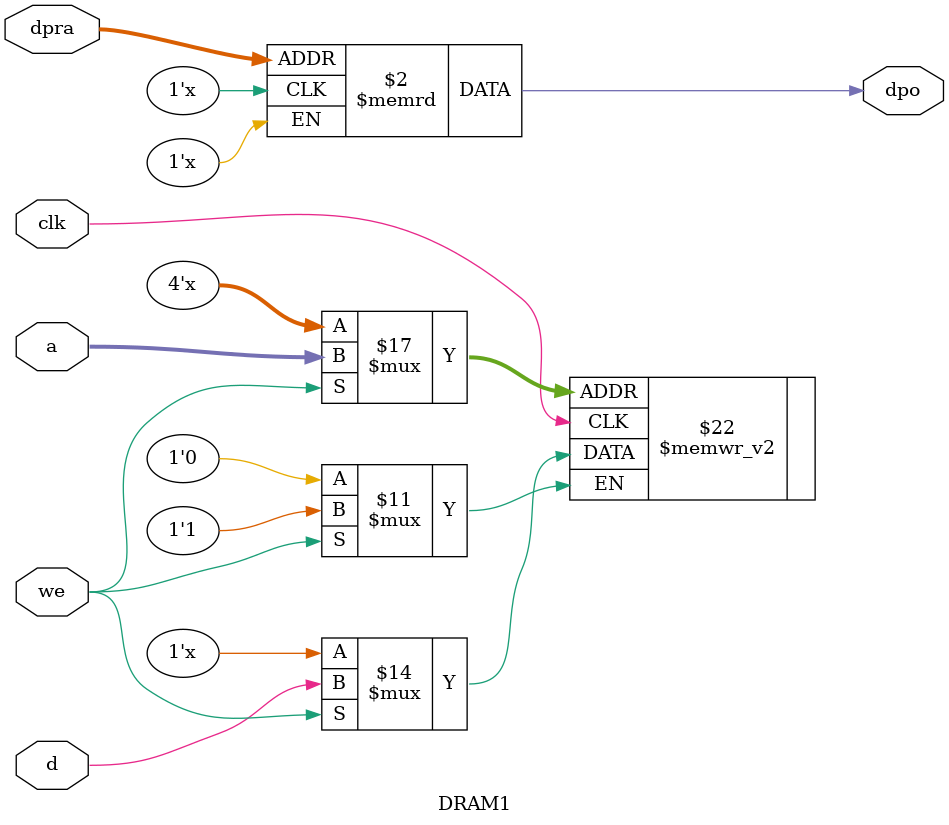
<source format=v>
module DRAM1 (
    input  [3:0] a,
    input        d,
    input  [3:0] dpra,
    input        clk,
    input        we,
    output       dpo
);
    reg [0:0] mem [0:15];
    assign dpo = mem[dpra];
    always @(posedge clk) begin
        if (we)
            mem[a] <= d;
    end
endmodule

</source>
